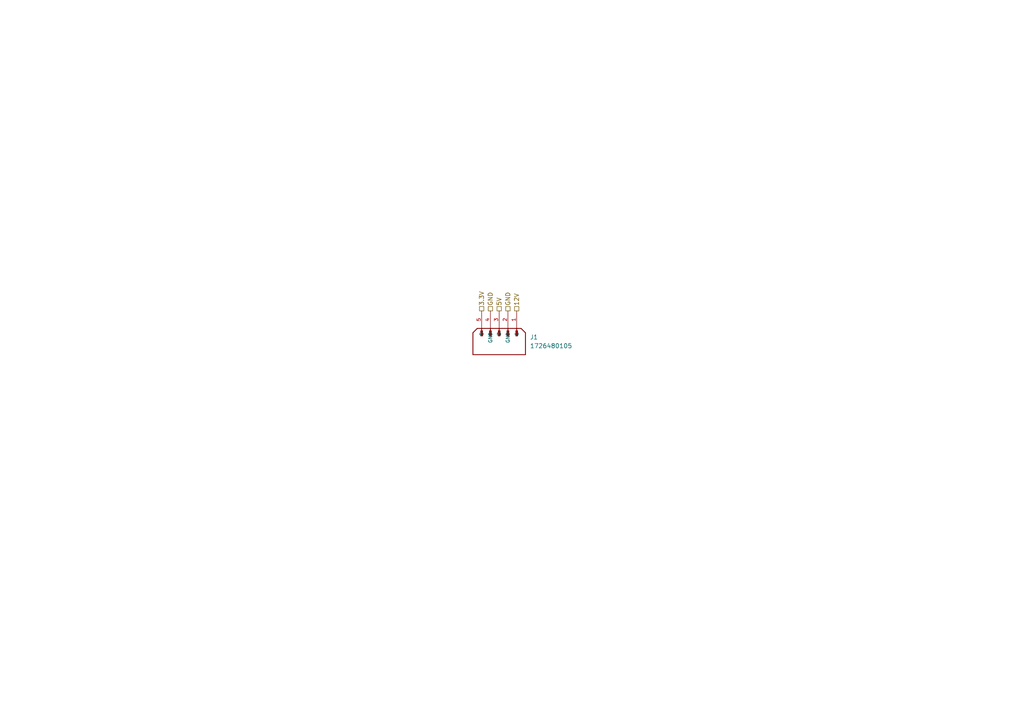
<source format=kicad_sch>
(kicad_sch (version 20250114) (generator "eeschema") (generator_version "9.0")
  (paper "A4")
  (lib_symbols
    (symbol "molex_micro-fit-tpa2-5pin:1726480105" (pin_names (offset 1.016))
      (property "Reference" "J1" (at 2.5399 8.89 90))
      (property "Value" "1726480105" (at 5.0799 8.89 90))
      (symbol "1726480105_0_0"
        (polyline (pts (xy 0 6.35) (xy 0 5.08)) (stroke (width 0.254)))
        (polyline (pts (xy 0 6.35) (xy 1.27 7.62)) (stroke (width 0.254)))
        (polyline (pts (xy 0 5.08) (xy 0 -5.08)) (stroke (width 0.254)))
        (polyline (pts (xy 0 5.08) (xy 1.905 5.08)) (stroke (width 0.254)))
        (polyline (pts (xy 0 2.54) (xy 1.905 2.54)) (stroke (width 0.254)))
        (polyline (pts (xy 0 0) (xy 1.905 0)) (stroke (width 0.254)))
        (polyline (pts (xy 0 -2.54) (xy 1.905 -2.54)) (stroke (width 0.254)))
        (polyline (pts (xy 0 -5.08) (xy 0 -6.35)) (stroke (width 0.254)))
        (polyline (pts (xy 0 -5.08) (xy 1.905 -5.08)) (stroke (width 0.254)))
        (polyline (pts (xy 0 -6.35) (xy 1.27 -7.62)) (stroke (width 0.254)))
        (rectangle (start 0.635 4.7625) (end 2.2225 5.3975) (stroke (width 0.1)) (fill (type outline)))
        (rectangle (start 0.635 2.2225) (end 2.2225 2.8575) (stroke (width 0.1)) (fill (type outline)))
        (rectangle (start 0.635 -0.3175) (end 2.2225 0.3175) (stroke (width 0.1)) (fill (type outline)))
        (rectangle (start 0.635 -2.8575) (end 2.2225 -2.2225) (stroke (width 0.1)) (fill (type outline)))
        (rectangle (start 0.635 -5.3975) (end 2.2225 -4.7625) (stroke (width 0.1)) (fill (type outline)))
        (polyline (pts (xy 1.27 -7.62) (xy 7.62 -7.62)) (stroke (width 0.254)))
        (polyline (pts (xy 7.62 7.62) (xy 1.27 7.62)) (stroke (width 0.254)))
        (polyline (pts (xy 7.62 -7.62) (xy 7.62 7.62)) (stroke (width 0.254)))
      )
      (symbol "1726480105_1_0"
        (pin power_out line (at -5.08 5.08 0) (length 5.08) (name "1") (number "1"))
        (pin power_out line (at -5.08 2.54 0) (length 5.08) (name "GND") (number "2"))
        (pin power_out line (at -5.08 0 0) (length 5.08) (name "3") (number "3"))
        (pin power_out line (at -5.08 -2.54 0) (length 5.08) (name "GND") (number "4"))
        (pin power_out line (at -5.08 -5.08 0) (length 5.08) (name "5") (number "5"))
      )
    )
  )
  (hierarchical_label "5V" (shape passive) (at 144.78 90.17 90))
  (hierarchical_label "GND" (shape passive) (at 147.32 90.17 90))
  (hierarchical_label "3.3V" (shape passive) (at 139.7 90.17 90))
  (hierarchical_label "12V" (shape passive) (at 149.86 90.17 90))
  (hierarchical_label "GND" (shape passive) (at 142.24 90.17 90))
  (symbol (lib_id "molex_micro-fit-tpa2-5pin:1726480105") (at 144.78 95.25 270) (unit 1)
    (property "Reference" "J1" (at 153.67 97.7899 90) (effects (justify left)))
    (property "Value" "1726480105" (at 153.67 100.3299 90) (effects (justify left)))
    (property "Footprint" "1726480105:MOLEX_1726480105" (effects (hide yes)))
    (property "MF" "Molex" (effects (hide yes)))
    (property "MAXIMUM_PACKAGE_HEIGHT" "7.20mm" (effects (hide yes)))
    (property "Package" "None" (effects (hide yes)))
    (property "Price" "None" (effects (hide yes)))
    (property "Check_prices" "https://www.snapeda.com/parts/1726480105/Molex/view-part/?ref=eda" (effects (hide yes)))
    (property "STANDARD" "Manufacturer Recommendations" (effects (hide yes)))
    (property "PARTREV" "A2" (effects (hide yes)))
    (property "SnapEDA_Link" "https://www.snapeda.com/parts/1726480105/Molex/view-part/?ref=snap" (effects (hide yes)))
    (property "MP" "1726480105" (effects (hide yes)))
    (property "Description_1" "Conn Power HDR 5 POS 4.2mm Solder RA Thru-Hole 5 Terminal 1 Port Mini-Fit Jr¿ Bag" (effects (hide yes)))
    (property "Availability" "In Stock" (effects (hide yes)))
    (property "MANUFACTURER" "Molex" (effects (hide yes)))
  )
)
</source>
